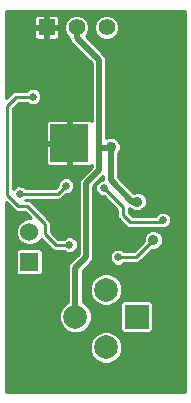
<source format=gbl>
G04 (created by PCBNEW (2013-07-24 BZR 4024)-stable) date Sat 29 Nov 2014 11:35:43 AM NZDT*
%MOIN*%
G04 Gerber Fmt 3.4, Leading zero omitted, Abs format*
%FSLAX34Y34*%
G01*
G70*
G90*
G04 APERTURE LIST*
%ADD10C,0.00590551*%
%ADD11R,0.0787402X0.0787402*%
%ADD12C,0.0787402*%
%ADD13R,0.125984X0.125984*%
%ADD14R,0.055X0.055*%
%ADD15C,0.055*%
%ADD16R,0.06X0.06*%
%ADD17C,0.06*%
%ADD18C,0.035*%
%ADD19C,0.0255906*%
%ADD20C,0.019685*%
%ADD21C,0.01*%
G04 APERTURE END LIST*
G54D10*
G54D11*
X27791Y-27850D03*
G54D12*
X25744Y-27850D03*
X26767Y-28874D03*
X26767Y-26944D03*
G54D13*
X25547Y-22062D03*
G54D14*
X24783Y-18204D03*
G54D15*
X25783Y-18204D03*
X26783Y-18204D03*
G54D16*
X24208Y-26027D03*
G54D17*
X24208Y-25027D03*
G54D18*
X26925Y-22181D03*
X27811Y-24011D03*
G54D19*
X26688Y-23559D03*
X28657Y-24622D03*
G54D18*
X28342Y-25291D03*
G54D19*
X27165Y-25866D03*
X25547Y-25448D03*
X24330Y-20511D03*
G54D18*
X25098Y-24940D03*
X29137Y-25137D03*
X23661Y-24480D03*
X23661Y-30059D03*
X29149Y-30102D03*
X26992Y-24484D03*
X28070Y-24358D03*
X27035Y-21019D03*
X26732Y-25452D03*
X26295Y-26240D03*
X28401Y-18192D03*
G54D19*
X23893Y-23755D03*
X25429Y-23480D03*
G54D20*
X26098Y-25858D02*
X25744Y-26212D01*
X26531Y-22968D02*
X26098Y-23401D01*
X26098Y-23401D02*
X26098Y-25858D01*
X26531Y-22220D02*
X26531Y-22968D01*
X25744Y-26212D02*
X25744Y-27850D01*
G54D21*
X26925Y-22181D02*
X26885Y-22220D01*
G54D20*
X26885Y-22220D02*
X26531Y-22220D01*
X25783Y-18204D02*
X25783Y-18559D01*
X26531Y-19307D02*
X26531Y-22220D01*
X25783Y-18559D02*
X26531Y-19307D01*
X26925Y-22181D02*
X26925Y-23303D01*
X26925Y-23303D02*
X27633Y-24011D01*
X27633Y-24011D02*
X27811Y-24011D01*
G54D21*
X28657Y-24622D02*
X28570Y-24708D01*
X27330Y-24200D02*
X26688Y-23559D01*
X27330Y-24468D02*
X27330Y-24200D01*
X27570Y-24708D02*
X27330Y-24468D01*
X28570Y-24708D02*
X27570Y-24708D01*
X25547Y-25448D02*
X25086Y-25448D01*
X28342Y-25291D02*
X27767Y-25866D01*
X27767Y-25866D02*
X27165Y-25866D01*
X23460Y-23779D02*
X23460Y-20826D01*
X23460Y-20826D02*
X23779Y-20511D01*
X23779Y-20511D02*
X24330Y-20511D01*
X23842Y-24161D02*
X23460Y-23779D01*
X24141Y-24161D02*
X23842Y-24161D01*
X24740Y-24759D02*
X24141Y-24161D01*
X24740Y-25102D02*
X24740Y-24759D01*
X25086Y-25448D02*
X24740Y-25102D01*
X25744Y-24110D02*
X25744Y-23204D01*
X25744Y-24110D02*
X25098Y-24940D01*
X25547Y-23007D02*
X25547Y-22062D01*
X25744Y-23204D02*
X25547Y-23007D01*
X23661Y-24480D02*
X23661Y-30059D01*
X29137Y-25137D02*
X29149Y-25149D01*
X29149Y-25149D02*
X29149Y-30102D01*
X26732Y-25452D02*
X26740Y-25460D01*
X26740Y-24751D02*
X26732Y-25452D01*
X29137Y-25137D02*
X28901Y-24901D01*
X27409Y-24901D02*
X26992Y-24484D01*
X28901Y-24901D02*
X27409Y-24901D01*
X26992Y-24484D02*
X26740Y-24751D01*
X26740Y-25460D02*
X26295Y-26240D01*
X29062Y-18192D02*
X29330Y-18460D01*
X29330Y-18460D02*
X29330Y-24944D01*
X29330Y-24944D02*
X29137Y-25137D01*
X28401Y-18192D02*
X29062Y-18192D01*
X25153Y-23755D02*
X23893Y-23755D01*
X25429Y-23480D02*
X25153Y-23755D01*
G54D10*
G36*
X29393Y-30357D02*
X28935Y-30357D01*
X28935Y-24567D01*
X28893Y-24464D01*
X28815Y-24386D01*
X28713Y-24344D01*
X28602Y-24344D01*
X28500Y-24386D01*
X28421Y-24464D01*
X28403Y-24508D01*
X27653Y-24508D01*
X27530Y-24385D01*
X27530Y-24235D01*
X27538Y-24241D01*
X27538Y-24241D01*
X27554Y-24244D01*
X27591Y-24251D01*
X27591Y-24251D01*
X27626Y-24287D01*
X27746Y-24336D01*
X27875Y-24336D01*
X27994Y-24287D01*
X28086Y-24196D01*
X28135Y-24076D01*
X28136Y-23947D01*
X28086Y-23827D01*
X27995Y-23736D01*
X27875Y-23686D01*
X27746Y-23686D01*
X27685Y-23712D01*
X27173Y-23200D01*
X27173Y-22392D01*
X27200Y-22365D01*
X27250Y-22246D01*
X27250Y-22116D01*
X27208Y-22015D01*
X27208Y-18120D01*
X27143Y-17964D01*
X27024Y-17844D01*
X26868Y-17779D01*
X26699Y-17779D01*
X26543Y-17844D01*
X26423Y-17963D01*
X26358Y-18119D01*
X26358Y-18288D01*
X26422Y-18445D01*
X26542Y-18564D01*
X26698Y-18629D01*
X26867Y-18629D01*
X27023Y-18565D01*
X27143Y-18445D01*
X27208Y-18289D01*
X27208Y-18120D01*
X27208Y-22015D01*
X27200Y-21997D01*
X27109Y-21905D01*
X26990Y-21856D01*
X26860Y-21856D01*
X26779Y-21889D01*
X26779Y-19307D01*
X26779Y-19307D01*
X26761Y-19212D01*
X26761Y-19212D01*
X26743Y-19185D01*
X26707Y-19131D01*
X26707Y-19131D01*
X26082Y-18506D01*
X26143Y-18445D01*
X26208Y-18289D01*
X26208Y-18120D01*
X26143Y-17964D01*
X26024Y-17844D01*
X25868Y-17779D01*
X25699Y-17779D01*
X25543Y-17844D01*
X25423Y-17963D01*
X25358Y-18119D01*
X25358Y-18288D01*
X25422Y-18445D01*
X25535Y-18557D01*
X25535Y-18559D01*
X25553Y-18654D01*
X25607Y-18734D01*
X26283Y-19409D01*
X26283Y-21326D01*
X26262Y-21305D01*
X26206Y-21283D01*
X25634Y-21283D01*
X25597Y-21320D01*
X25597Y-22012D01*
X25605Y-22012D01*
X25605Y-22112D01*
X25597Y-22112D01*
X25597Y-22805D01*
X25634Y-22842D01*
X26206Y-22842D01*
X26262Y-22820D01*
X26283Y-22799D01*
X26283Y-22865D01*
X25922Y-23225D01*
X25868Y-23306D01*
X25850Y-23401D01*
X25850Y-25755D01*
X25568Y-26036D01*
X25514Y-26117D01*
X25495Y-26212D01*
X25495Y-27364D01*
X25436Y-27389D01*
X25283Y-27542D01*
X25200Y-27741D01*
X25200Y-27958D01*
X25282Y-28157D01*
X25435Y-28311D01*
X25635Y-28393D01*
X25851Y-28394D01*
X26051Y-28311D01*
X26204Y-28158D01*
X26287Y-27959D01*
X26287Y-27742D01*
X26205Y-27542D01*
X26052Y-27389D01*
X25992Y-27364D01*
X25992Y-26315D01*
X26274Y-26033D01*
X26274Y-26033D01*
X26327Y-25953D01*
X26327Y-25953D01*
X26331Y-25937D01*
X26346Y-25858D01*
X26346Y-25858D01*
X26346Y-23504D01*
X26676Y-23174D01*
X26676Y-23281D01*
X26633Y-23281D01*
X26531Y-23323D01*
X26453Y-23401D01*
X26411Y-23503D01*
X26410Y-23614D01*
X26453Y-23716D01*
X26531Y-23794D01*
X26633Y-23836D01*
X26684Y-23837D01*
X27130Y-24283D01*
X27130Y-24468D01*
X27145Y-24545D01*
X27189Y-24609D01*
X27429Y-24850D01*
X27494Y-24893D01*
X27494Y-24893D01*
X27507Y-24895D01*
X27570Y-24908D01*
X28570Y-24908D01*
X28614Y-24899D01*
X28712Y-24900D01*
X28814Y-24857D01*
X28892Y-24779D01*
X28935Y-24677D01*
X28935Y-24567D01*
X28935Y-30357D01*
X28667Y-30357D01*
X28667Y-25226D01*
X28618Y-25107D01*
X28526Y-25015D01*
X28407Y-24966D01*
X28278Y-24966D01*
X28158Y-25015D01*
X28067Y-25107D01*
X28017Y-25226D01*
X28017Y-25333D01*
X27684Y-25666D01*
X27358Y-25666D01*
X27323Y-25630D01*
X27220Y-25588D01*
X27110Y-25588D01*
X27008Y-25630D01*
X26929Y-25708D01*
X26887Y-25810D01*
X26887Y-25921D01*
X26929Y-26023D01*
X27007Y-26101D01*
X27109Y-26144D01*
X27220Y-26144D01*
X27322Y-26101D01*
X27358Y-26066D01*
X27767Y-26066D01*
X27844Y-26050D01*
X27909Y-26007D01*
X28300Y-25616D01*
X28406Y-25616D01*
X28526Y-25567D01*
X28617Y-25475D01*
X28667Y-25356D01*
X28667Y-25226D01*
X28667Y-30357D01*
X28335Y-30357D01*
X28335Y-28214D01*
X28335Y-27426D01*
X28312Y-27371D01*
X28270Y-27329D01*
X28215Y-27306D01*
X28155Y-27306D01*
X27367Y-27306D01*
X27312Y-27329D01*
X27311Y-27330D01*
X27311Y-26837D01*
X27228Y-26637D01*
X27076Y-26484D01*
X26876Y-26401D01*
X26660Y-26401D01*
X26460Y-26483D01*
X26307Y-26636D01*
X26224Y-26836D01*
X26223Y-27052D01*
X26306Y-27252D01*
X26459Y-27405D01*
X26659Y-27488D01*
X26875Y-27488D01*
X27075Y-27406D01*
X27228Y-27253D01*
X27311Y-27053D01*
X27311Y-26837D01*
X27311Y-27330D01*
X27270Y-27371D01*
X27247Y-27426D01*
X27247Y-27486D01*
X27247Y-28273D01*
X27270Y-28328D01*
X27312Y-28371D01*
X27367Y-28394D01*
X27427Y-28394D01*
X28214Y-28394D01*
X28269Y-28371D01*
X28312Y-28329D01*
X28335Y-28274D01*
X28335Y-28214D01*
X28335Y-30357D01*
X27311Y-30357D01*
X27311Y-28766D01*
X27228Y-28566D01*
X27076Y-28413D01*
X26876Y-28330D01*
X26660Y-28330D01*
X26460Y-28412D01*
X26307Y-28565D01*
X26224Y-28765D01*
X26223Y-28981D01*
X26306Y-29181D01*
X26459Y-29334D01*
X26659Y-29417D01*
X26875Y-29417D01*
X27075Y-29335D01*
X27228Y-29182D01*
X27311Y-28982D01*
X27311Y-28766D01*
X27311Y-30357D01*
X24658Y-30357D01*
X24658Y-26297D01*
X24658Y-25697D01*
X24635Y-25642D01*
X24593Y-25600D01*
X24538Y-25577D01*
X24478Y-25577D01*
X23878Y-25577D01*
X23823Y-25600D01*
X23781Y-25642D01*
X23758Y-25697D01*
X23758Y-25757D01*
X23758Y-26357D01*
X23781Y-26412D01*
X23823Y-26454D01*
X23878Y-26477D01*
X23938Y-26477D01*
X24538Y-26477D01*
X24593Y-26454D01*
X24635Y-26412D01*
X24658Y-26357D01*
X24658Y-26297D01*
X24658Y-30357D01*
X23433Y-30357D01*
X23433Y-24035D01*
X23701Y-24302D01*
X23765Y-24346D01*
X23765Y-24346D01*
X23842Y-24361D01*
X24058Y-24361D01*
X24275Y-24577D01*
X24119Y-24577D01*
X23954Y-24645D01*
X23827Y-24772D01*
X23758Y-24937D01*
X23758Y-25116D01*
X23826Y-25282D01*
X23953Y-25408D01*
X24118Y-25477D01*
X24297Y-25477D01*
X24463Y-25409D01*
X24589Y-25282D01*
X24603Y-25249D01*
X24945Y-25590D01*
X24945Y-25590D01*
X24988Y-25619D01*
X25010Y-25633D01*
X25010Y-25633D01*
X25086Y-25648D01*
X25086Y-25648D01*
X25354Y-25648D01*
X25389Y-25684D01*
X25491Y-25726D01*
X25602Y-25726D01*
X25704Y-25684D01*
X25782Y-25606D01*
X25825Y-25504D01*
X25825Y-25393D01*
X25783Y-25291D01*
X25704Y-25213D01*
X25602Y-25170D01*
X25492Y-25170D01*
X25390Y-25213D01*
X25354Y-25248D01*
X25169Y-25248D01*
X24940Y-25019D01*
X24940Y-24759D01*
X24924Y-24683D01*
X24924Y-24683D01*
X24910Y-24661D01*
X24881Y-24618D01*
X24881Y-24618D01*
X24283Y-24019D01*
X24218Y-23976D01*
X24141Y-23961D01*
X24081Y-23961D01*
X24086Y-23955D01*
X25153Y-23955D01*
X25230Y-23940D01*
X25294Y-23897D01*
X25434Y-23758D01*
X25484Y-23758D01*
X25586Y-23716D01*
X25664Y-23637D01*
X25707Y-23535D01*
X25707Y-23425D01*
X25664Y-23323D01*
X25586Y-23244D01*
X25497Y-23207D01*
X25497Y-22805D01*
X25497Y-22112D01*
X25497Y-22012D01*
X25497Y-21320D01*
X25459Y-21283D01*
X25208Y-21283D01*
X25208Y-18450D01*
X25208Y-17959D01*
X25208Y-17899D01*
X25185Y-17844D01*
X25143Y-17802D01*
X25088Y-17779D01*
X24870Y-17779D01*
X24833Y-17817D01*
X24833Y-18154D01*
X25170Y-18154D01*
X25208Y-18117D01*
X25208Y-17959D01*
X25208Y-18450D01*
X25208Y-18292D01*
X25170Y-18254D01*
X24833Y-18254D01*
X24833Y-18592D01*
X24870Y-18629D01*
X25088Y-18629D01*
X25143Y-18606D01*
X25185Y-18564D01*
X25208Y-18509D01*
X25208Y-18450D01*
X25208Y-21283D01*
X24887Y-21283D01*
X24832Y-21305D01*
X24790Y-21347D01*
X24767Y-21403D01*
X24767Y-21462D01*
X24767Y-21975D01*
X24804Y-22012D01*
X25497Y-22012D01*
X25497Y-22112D01*
X24804Y-22112D01*
X24767Y-22150D01*
X24767Y-22663D01*
X24767Y-22722D01*
X24790Y-22777D01*
X24832Y-22820D01*
X24887Y-22842D01*
X25459Y-22842D01*
X25497Y-22805D01*
X25497Y-23207D01*
X25484Y-23202D01*
X25374Y-23202D01*
X25271Y-23244D01*
X25193Y-23322D01*
X25151Y-23424D01*
X25151Y-23475D01*
X25070Y-23555D01*
X24733Y-23555D01*
X24733Y-18592D01*
X24733Y-18254D01*
X24733Y-18154D01*
X24733Y-17817D01*
X24695Y-17779D01*
X24478Y-17779D01*
X24423Y-17802D01*
X24381Y-17844D01*
X24358Y-17899D01*
X24358Y-17959D01*
X24358Y-18117D01*
X24395Y-18154D01*
X24733Y-18154D01*
X24733Y-18254D01*
X24395Y-18254D01*
X24358Y-18292D01*
X24358Y-18450D01*
X24358Y-18509D01*
X24381Y-18564D01*
X24423Y-18606D01*
X24478Y-18629D01*
X24695Y-18629D01*
X24733Y-18592D01*
X24733Y-23555D01*
X24086Y-23555D01*
X24051Y-23520D01*
X23949Y-23478D01*
X23838Y-23477D01*
X23736Y-23520D01*
X23660Y-23595D01*
X23660Y-20910D01*
X23862Y-20711D01*
X24137Y-20711D01*
X24173Y-20747D01*
X24275Y-20789D01*
X24385Y-20789D01*
X24487Y-20747D01*
X24566Y-20669D01*
X24608Y-20567D01*
X24608Y-20456D01*
X24566Y-20354D01*
X24488Y-20276D01*
X24386Y-20233D01*
X24275Y-20233D01*
X24173Y-20276D01*
X24137Y-20311D01*
X23779Y-20311D01*
X23702Y-20327D01*
X23638Y-20370D01*
X23637Y-20371D01*
X23433Y-20572D01*
X23433Y-17665D01*
X29393Y-17665D01*
X29393Y-30357D01*
X29393Y-30357D01*
G37*
G54D21*
X29393Y-30357D02*
X28935Y-30357D01*
X28935Y-24567D01*
X28893Y-24464D01*
X28815Y-24386D01*
X28713Y-24344D01*
X28602Y-24344D01*
X28500Y-24386D01*
X28421Y-24464D01*
X28403Y-24508D01*
X27653Y-24508D01*
X27530Y-24385D01*
X27530Y-24235D01*
X27538Y-24241D01*
X27538Y-24241D01*
X27554Y-24244D01*
X27591Y-24251D01*
X27591Y-24251D01*
X27626Y-24287D01*
X27746Y-24336D01*
X27875Y-24336D01*
X27994Y-24287D01*
X28086Y-24196D01*
X28135Y-24076D01*
X28136Y-23947D01*
X28086Y-23827D01*
X27995Y-23736D01*
X27875Y-23686D01*
X27746Y-23686D01*
X27685Y-23712D01*
X27173Y-23200D01*
X27173Y-22392D01*
X27200Y-22365D01*
X27250Y-22246D01*
X27250Y-22116D01*
X27208Y-22015D01*
X27208Y-18120D01*
X27143Y-17964D01*
X27024Y-17844D01*
X26868Y-17779D01*
X26699Y-17779D01*
X26543Y-17844D01*
X26423Y-17963D01*
X26358Y-18119D01*
X26358Y-18288D01*
X26422Y-18445D01*
X26542Y-18564D01*
X26698Y-18629D01*
X26867Y-18629D01*
X27023Y-18565D01*
X27143Y-18445D01*
X27208Y-18289D01*
X27208Y-18120D01*
X27208Y-22015D01*
X27200Y-21997D01*
X27109Y-21905D01*
X26990Y-21856D01*
X26860Y-21856D01*
X26779Y-21889D01*
X26779Y-19307D01*
X26779Y-19307D01*
X26761Y-19212D01*
X26761Y-19212D01*
X26743Y-19185D01*
X26707Y-19131D01*
X26707Y-19131D01*
X26082Y-18506D01*
X26143Y-18445D01*
X26208Y-18289D01*
X26208Y-18120D01*
X26143Y-17964D01*
X26024Y-17844D01*
X25868Y-17779D01*
X25699Y-17779D01*
X25543Y-17844D01*
X25423Y-17963D01*
X25358Y-18119D01*
X25358Y-18288D01*
X25422Y-18445D01*
X25535Y-18557D01*
X25535Y-18559D01*
X25553Y-18654D01*
X25607Y-18734D01*
X26283Y-19409D01*
X26283Y-21326D01*
X26262Y-21305D01*
X26206Y-21283D01*
X25634Y-21283D01*
X25597Y-21320D01*
X25597Y-22012D01*
X25605Y-22012D01*
X25605Y-22112D01*
X25597Y-22112D01*
X25597Y-22805D01*
X25634Y-22842D01*
X26206Y-22842D01*
X26262Y-22820D01*
X26283Y-22799D01*
X26283Y-22865D01*
X25922Y-23225D01*
X25868Y-23306D01*
X25850Y-23401D01*
X25850Y-25755D01*
X25568Y-26036D01*
X25514Y-26117D01*
X25495Y-26212D01*
X25495Y-27364D01*
X25436Y-27389D01*
X25283Y-27542D01*
X25200Y-27741D01*
X25200Y-27958D01*
X25282Y-28157D01*
X25435Y-28311D01*
X25635Y-28393D01*
X25851Y-28394D01*
X26051Y-28311D01*
X26204Y-28158D01*
X26287Y-27959D01*
X26287Y-27742D01*
X26205Y-27542D01*
X26052Y-27389D01*
X25992Y-27364D01*
X25992Y-26315D01*
X26274Y-26033D01*
X26274Y-26033D01*
X26327Y-25953D01*
X26327Y-25953D01*
X26331Y-25937D01*
X26346Y-25858D01*
X26346Y-25858D01*
X26346Y-23504D01*
X26676Y-23174D01*
X26676Y-23281D01*
X26633Y-23281D01*
X26531Y-23323D01*
X26453Y-23401D01*
X26411Y-23503D01*
X26410Y-23614D01*
X26453Y-23716D01*
X26531Y-23794D01*
X26633Y-23836D01*
X26684Y-23837D01*
X27130Y-24283D01*
X27130Y-24468D01*
X27145Y-24545D01*
X27189Y-24609D01*
X27429Y-24850D01*
X27494Y-24893D01*
X27494Y-24893D01*
X27507Y-24895D01*
X27570Y-24908D01*
X28570Y-24908D01*
X28614Y-24899D01*
X28712Y-24900D01*
X28814Y-24857D01*
X28892Y-24779D01*
X28935Y-24677D01*
X28935Y-24567D01*
X28935Y-30357D01*
X28667Y-30357D01*
X28667Y-25226D01*
X28618Y-25107D01*
X28526Y-25015D01*
X28407Y-24966D01*
X28278Y-24966D01*
X28158Y-25015D01*
X28067Y-25107D01*
X28017Y-25226D01*
X28017Y-25333D01*
X27684Y-25666D01*
X27358Y-25666D01*
X27323Y-25630D01*
X27220Y-25588D01*
X27110Y-25588D01*
X27008Y-25630D01*
X26929Y-25708D01*
X26887Y-25810D01*
X26887Y-25921D01*
X26929Y-26023D01*
X27007Y-26101D01*
X27109Y-26144D01*
X27220Y-26144D01*
X27322Y-26101D01*
X27358Y-26066D01*
X27767Y-26066D01*
X27844Y-26050D01*
X27909Y-26007D01*
X28300Y-25616D01*
X28406Y-25616D01*
X28526Y-25567D01*
X28617Y-25475D01*
X28667Y-25356D01*
X28667Y-25226D01*
X28667Y-30357D01*
X28335Y-30357D01*
X28335Y-28214D01*
X28335Y-27426D01*
X28312Y-27371D01*
X28270Y-27329D01*
X28215Y-27306D01*
X28155Y-27306D01*
X27367Y-27306D01*
X27312Y-27329D01*
X27311Y-27330D01*
X27311Y-26837D01*
X27228Y-26637D01*
X27076Y-26484D01*
X26876Y-26401D01*
X26660Y-26401D01*
X26460Y-26483D01*
X26307Y-26636D01*
X26224Y-26836D01*
X26223Y-27052D01*
X26306Y-27252D01*
X26459Y-27405D01*
X26659Y-27488D01*
X26875Y-27488D01*
X27075Y-27406D01*
X27228Y-27253D01*
X27311Y-27053D01*
X27311Y-26837D01*
X27311Y-27330D01*
X27270Y-27371D01*
X27247Y-27426D01*
X27247Y-27486D01*
X27247Y-28273D01*
X27270Y-28328D01*
X27312Y-28371D01*
X27367Y-28394D01*
X27427Y-28394D01*
X28214Y-28394D01*
X28269Y-28371D01*
X28312Y-28329D01*
X28335Y-28274D01*
X28335Y-28214D01*
X28335Y-30357D01*
X27311Y-30357D01*
X27311Y-28766D01*
X27228Y-28566D01*
X27076Y-28413D01*
X26876Y-28330D01*
X26660Y-28330D01*
X26460Y-28412D01*
X26307Y-28565D01*
X26224Y-28765D01*
X26223Y-28981D01*
X26306Y-29181D01*
X26459Y-29334D01*
X26659Y-29417D01*
X26875Y-29417D01*
X27075Y-29335D01*
X27228Y-29182D01*
X27311Y-28982D01*
X27311Y-28766D01*
X27311Y-30357D01*
X24658Y-30357D01*
X24658Y-26297D01*
X24658Y-25697D01*
X24635Y-25642D01*
X24593Y-25600D01*
X24538Y-25577D01*
X24478Y-25577D01*
X23878Y-25577D01*
X23823Y-25600D01*
X23781Y-25642D01*
X23758Y-25697D01*
X23758Y-25757D01*
X23758Y-26357D01*
X23781Y-26412D01*
X23823Y-26454D01*
X23878Y-26477D01*
X23938Y-26477D01*
X24538Y-26477D01*
X24593Y-26454D01*
X24635Y-26412D01*
X24658Y-26357D01*
X24658Y-26297D01*
X24658Y-30357D01*
X23433Y-30357D01*
X23433Y-24035D01*
X23701Y-24302D01*
X23765Y-24346D01*
X23765Y-24346D01*
X23842Y-24361D01*
X24058Y-24361D01*
X24275Y-24577D01*
X24119Y-24577D01*
X23954Y-24645D01*
X23827Y-24772D01*
X23758Y-24937D01*
X23758Y-25116D01*
X23826Y-25282D01*
X23953Y-25408D01*
X24118Y-25477D01*
X24297Y-25477D01*
X24463Y-25409D01*
X24589Y-25282D01*
X24603Y-25249D01*
X24945Y-25590D01*
X24945Y-25590D01*
X24988Y-25619D01*
X25010Y-25633D01*
X25010Y-25633D01*
X25086Y-25648D01*
X25086Y-25648D01*
X25354Y-25648D01*
X25389Y-25684D01*
X25491Y-25726D01*
X25602Y-25726D01*
X25704Y-25684D01*
X25782Y-25606D01*
X25825Y-25504D01*
X25825Y-25393D01*
X25783Y-25291D01*
X25704Y-25213D01*
X25602Y-25170D01*
X25492Y-25170D01*
X25390Y-25213D01*
X25354Y-25248D01*
X25169Y-25248D01*
X24940Y-25019D01*
X24940Y-24759D01*
X24924Y-24683D01*
X24924Y-24683D01*
X24910Y-24661D01*
X24881Y-24618D01*
X24881Y-24618D01*
X24283Y-24019D01*
X24218Y-23976D01*
X24141Y-23961D01*
X24081Y-23961D01*
X24086Y-23955D01*
X25153Y-23955D01*
X25230Y-23940D01*
X25294Y-23897D01*
X25434Y-23758D01*
X25484Y-23758D01*
X25586Y-23716D01*
X25664Y-23637D01*
X25707Y-23535D01*
X25707Y-23425D01*
X25664Y-23323D01*
X25586Y-23244D01*
X25497Y-23207D01*
X25497Y-22805D01*
X25497Y-22112D01*
X25497Y-22012D01*
X25497Y-21320D01*
X25459Y-21283D01*
X25208Y-21283D01*
X25208Y-18450D01*
X25208Y-17959D01*
X25208Y-17899D01*
X25185Y-17844D01*
X25143Y-17802D01*
X25088Y-17779D01*
X24870Y-17779D01*
X24833Y-17817D01*
X24833Y-18154D01*
X25170Y-18154D01*
X25208Y-18117D01*
X25208Y-17959D01*
X25208Y-18450D01*
X25208Y-18292D01*
X25170Y-18254D01*
X24833Y-18254D01*
X24833Y-18592D01*
X24870Y-18629D01*
X25088Y-18629D01*
X25143Y-18606D01*
X25185Y-18564D01*
X25208Y-18509D01*
X25208Y-18450D01*
X25208Y-21283D01*
X24887Y-21283D01*
X24832Y-21305D01*
X24790Y-21347D01*
X24767Y-21403D01*
X24767Y-21462D01*
X24767Y-21975D01*
X24804Y-22012D01*
X25497Y-22012D01*
X25497Y-22112D01*
X24804Y-22112D01*
X24767Y-22150D01*
X24767Y-22663D01*
X24767Y-22722D01*
X24790Y-22777D01*
X24832Y-22820D01*
X24887Y-22842D01*
X25459Y-22842D01*
X25497Y-22805D01*
X25497Y-23207D01*
X25484Y-23202D01*
X25374Y-23202D01*
X25271Y-23244D01*
X25193Y-23322D01*
X25151Y-23424D01*
X25151Y-23475D01*
X25070Y-23555D01*
X24733Y-23555D01*
X24733Y-18592D01*
X24733Y-18254D01*
X24733Y-18154D01*
X24733Y-17817D01*
X24695Y-17779D01*
X24478Y-17779D01*
X24423Y-17802D01*
X24381Y-17844D01*
X24358Y-17899D01*
X24358Y-17959D01*
X24358Y-18117D01*
X24395Y-18154D01*
X24733Y-18154D01*
X24733Y-18254D01*
X24395Y-18254D01*
X24358Y-18292D01*
X24358Y-18450D01*
X24358Y-18509D01*
X24381Y-18564D01*
X24423Y-18606D01*
X24478Y-18629D01*
X24695Y-18629D01*
X24733Y-18592D01*
X24733Y-23555D01*
X24086Y-23555D01*
X24051Y-23520D01*
X23949Y-23478D01*
X23838Y-23477D01*
X23736Y-23520D01*
X23660Y-23595D01*
X23660Y-20910D01*
X23862Y-20711D01*
X24137Y-20711D01*
X24173Y-20747D01*
X24275Y-20789D01*
X24385Y-20789D01*
X24487Y-20747D01*
X24566Y-20669D01*
X24608Y-20567D01*
X24608Y-20456D01*
X24566Y-20354D01*
X24488Y-20276D01*
X24386Y-20233D01*
X24275Y-20233D01*
X24173Y-20276D01*
X24137Y-20311D01*
X23779Y-20311D01*
X23702Y-20327D01*
X23638Y-20370D01*
X23637Y-20371D01*
X23433Y-20572D01*
X23433Y-17665D01*
X29393Y-17665D01*
X29393Y-30357D01*
M02*

</source>
